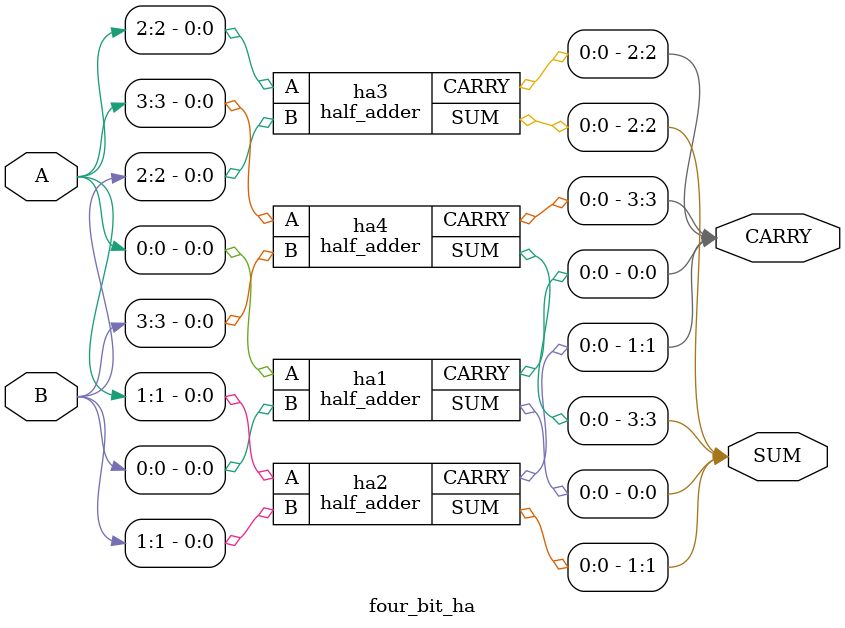
<source format=v>
module half_adder (input A, B, output SUM, CARRY);
    assign SUM = A ^ B;
    assign CARRY = A & B;
endmodule

module four_bit_ha (input [3:0] A, B, output [3:0] SUM, CARRY);
half_adder ha1 (A[0], B[0], SUM[0],CARRY[0]);    
half_adder ha2 (A[1], B[1], SUM[1],CARRY[1]);
half_adder ha3 (A[2], B[2], SUM[2],CARRY[2]);
half_adder ha4 (A[3], B[3], SUM[3],CARRY[3]);
endmodule

</source>
